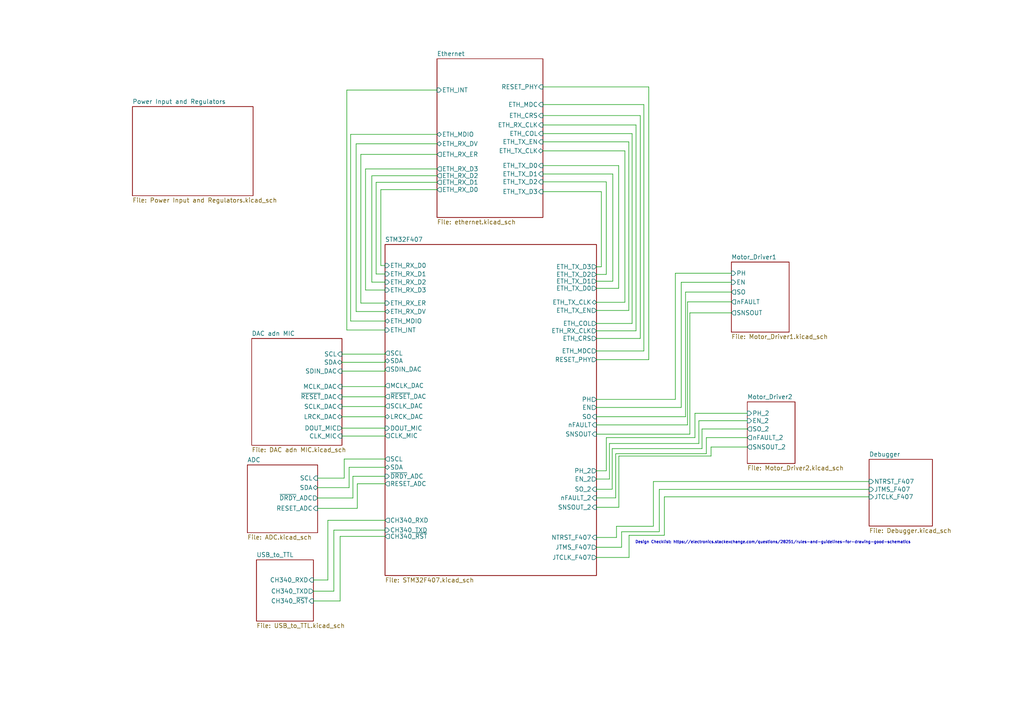
<source format=kicad_sch>
(kicad_sch
	(version 20231120)
	(generator "eeschema")
	(generator_version "8.0")
	(uuid "10456103-7c66-4389-a2cb-5bb313ef7e2e")
	(paper "A4")
	(title_block
		(title "Mixed Signal Board Project")
		(date "2024-06-24")
		(rev "V1.0")
		(company "open source")
		(comment 1 "this project for learning purposes")
	)
	(lib_symbols)
	(wire
		(pts
			(xy 188.1704 25.2091) (xy 188.1704 104.3058)
		)
		(stroke
			(width 0)
			(type default)
		)
		(uuid "00c5767b-c18c-4190-89a3-1d8e28b5086b")
	)
	(wire
		(pts
			(xy 174.4221 77.3832) (xy 174.4221 55.588)
		)
		(stroke
			(width 0)
			(type default)
		)
		(uuid "00de2cd6-a7aa-41f6-afba-1480c8bce2e5")
	)
	(wire
		(pts
			(xy 101.2564 135.5316) (xy 101.2564 141.4387)
		)
		(stroke
			(width 0)
			(type default)
		)
		(uuid "016f3bae-e977-440e-a644-b31d544ad97b")
	)
	(wire
		(pts
			(xy 212.123 81.868) (xy 197.5855 81.868)
		)
		(stroke
			(width 0)
			(type default)
		)
		(uuid "0221f197-7b72-4ad2-b25c-b16016391f30")
	)
	(wire
		(pts
			(xy 177.5604 130.1103) (xy 203.6158 130.1103)
		)
		(stroke
			(width 0)
			(type default)
		)
		(uuid "0487109e-af40-4a15-aea9-81952fe1be48")
	)
	(wire
		(pts
			(xy 96.8316 171.4637) (xy 90.8955 171.4637)
		)
		(stroke
			(width 0)
			(type default)
		)
		(uuid "06f82f0f-b1a6-4f70-adff-78cfcac6a367")
	)
	(wire
		(pts
			(xy 176.764 138.9449) (xy 173.0037 138.9449)
		)
		(stroke
			(width 0)
			(type default)
		)
		(uuid "07c202c5-95dd-4ff1-a5e1-3508b65d876e")
	)
	(wire
		(pts
			(xy 173.0037 77.3832) (xy 174.4221 77.3832)
		)
		(stroke
			(width 0)
			(type default)
		)
		(uuid "0c5352e0-516b-44b0-8bf3-11d8f1cab441")
	)
	(wire
		(pts
			(xy 111.6799 84.1191) (xy 106.022 84.1191)
		)
		(stroke
			(width 0)
			(type default)
		)
		(uuid "0c7efd9f-548d-495e-97aa-50b170da8eb9")
	)
	(wire
		(pts
			(xy 252.0856 144.1051) (xy 192.693 144.1051)
		)
		(stroke
			(width 0)
			(type default)
		)
		(uuid "105e809a-cbb9-4c06-9ba3-2107b4ab40b5")
	)
	(wire
		(pts
			(xy 176.764 128.6312) (xy 176.764 138.9449)
		)
		(stroke
			(width 0)
			(type default)
		)
		(uuid "10ea59a9-5bc5-4332-b5b9-c6909ff442b2")
	)
	(wire
		(pts
			(xy 95.0934 168.2241) (xy 90.8955 168.2241)
		)
		(stroke
			(width 0)
			(type default)
		)
		(uuid "113f6c04-3d34-4f81-83a6-9bbad8e190a2")
	)
	(wire
		(pts
			(xy 98.6489 174.3082) (xy 90.8955 174.3082)
		)
		(stroke
			(width 0)
			(type default)
		)
		(uuid "1363ee4f-2797-4087-be60-84471109d8e9")
	)
	(wire
		(pts
			(xy 111.6799 124.1748) (xy 111.6799 124.214)
		)
		(stroke
			(width 0)
			(type default)
		)
		(uuid "13d042a4-0c61-45a7-9d9e-e9a327b6a865")
	)
	(wire
		(pts
			(xy 173.0037 136.5555) (xy 175.8537 136.5555)
		)
		(stroke
			(width 0)
			(type default)
		)
		(uuid "144bbcef-958a-48d3-a9dd-52b00bbaab2a")
	)
	(wire
		(pts
			(xy 216.7353 126.9244) (xy 204.8674 126.9244)
		)
		(stroke
			(width 0)
			(type default)
		)
		(uuid "15343581-4c96-4587-bf15-6c82681c66f2")
	)
	(wire
		(pts
			(xy 157.4663 43.7552) (xy 181.2488 43.7552)
		)
		(stroke
			(width 0)
			(type default)
		)
		(uuid "19772638-6f1b-42a6-9dd4-51e8087e8b83")
	)
	(wire
		(pts
			(xy 204.8674 131.5894) (xy 178.5844 131.5894)
		)
		(stroke
			(width 0)
			(type default)
		)
		(uuid "1ae3fc61-f09c-440c-bdc8-d32d10e0c520")
	)
	(wire
		(pts
			(xy 174.4221 55.588) (xy 157.4663 55.588)
		)
		(stroke
			(width 0)
			(type default)
		)
		(uuid "1e8f40ef-7486-4135-adc2-8dbc2ef220bb")
	)
	(wire
		(pts
			(xy 181.2488 87.6738) (xy 173.0037 87.6738)
		)
		(stroke
			(width 0)
			(type default)
		)
		(uuid "1f80a33a-1356-4dd5-9496-3d7423f39595")
	)
	(wire
		(pts
			(xy 157.4663 25.2091) (xy 188.1704 25.2091)
		)
		(stroke
			(width 0)
			(type default)
		)
		(uuid "1fb698a7-ce08-4f3b-a40c-e4acf1fd8840")
	)
	(wire
		(pts
			(xy 186.7482 30.3292) (xy 186.7482 101.7923)
		)
		(stroke
			(width 0)
			(type default)
		)
		(uuid "20c131f2-08ed-4ef0-b1e3-c86f04dad329")
	)
	(wire
		(pts
			(xy 204.8674 126.9244) (xy 204.8674 131.5894)
		)
		(stroke
			(width 0)
			(type default)
		)
		(uuid "20cd7386-bf9b-4012-bceb-38b16582acfb")
	)
	(wire
		(pts
			(xy 109.094 52.8707) (xy 126.7512 52.8707)
		)
		(stroke
			(width 0)
			(type default)
		)
		(uuid "237cceea-f81f-47f4-b573-d07624acc0be")
	)
	(wire
		(pts
			(xy 184.4726 36.2457) (xy 184.4726 95.9554)
		)
		(stroke
			(width 0)
			(type default)
		)
		(uuid "240d2aed-f68c-40f2-bff0-091ed7c40ef9")
	)
	(wire
		(pts
			(xy 212.123 87.557) (xy 199.406 87.557)
		)
		(stroke
			(width 0)
			(type default)
		)
		(uuid "2486bd21-7307-42d7-91e9-8ade4c52ab7e")
	)
	(wire
		(pts
			(xy 192.693 144.1051) (xy 192.693 155.2554)
		)
		(stroke
			(width 0)
			(type default)
		)
		(uuid "28beeed1-e2d4-446d-84b0-d914fd973261")
	)
	(wire
		(pts
			(xy 111.6799 81.8277) (xy 107.8424 81.8277)
		)
		(stroke
			(width 0)
			(type default)
		)
		(uuid "2c810fe4-9621-47fb-b69f-2f1deb008ed9")
	)
	(wire
		(pts
			(xy 182.3866 41.1382) (xy 182.3866 90.0442)
		)
		(stroke
			(width 0)
			(type default)
		)
		(uuid "30374d93-785f-421a-a5ef-162504d86e1e")
	)
	(wire
		(pts
			(xy 216.7353 122.0319) (xy 202.7056 122.0319)
		)
		(stroke
			(width 0)
			(type default)
		)
		(uuid "32fbd854-bc3f-4f24-a455-e2f0b5a1e93d")
	)
	(wire
		(pts
			(xy 99.1859 105.0801) (xy 111.6799 105.0801)
		)
		(stroke
			(width 0)
			(type default)
		)
		(uuid "32fc80c4-f77a-4202-9f41-89847fa33c03")
	)
	(wire
		(pts
			(xy 175.8443 52.7436) (xy 175.8443 79.5955)
		)
		(stroke
			(width 0)
			(type default)
		)
		(uuid "33460bac-47e7-4b40-ae86-73b864c3c0a4")
	)
	(wire
		(pts
			(xy 182.3866 90.0442) (xy 173.0037 90.0442)
		)
		(stroke
			(width 0)
			(type default)
		)
		(uuid "33932e8d-0a0f-43ce-9cc4-babacf18d541")
	)
	(wire
		(pts
			(xy 111.6799 102.7097) (xy 111.6799 102.4441)
		)
		(stroke
			(width 0)
			(type default)
		)
		(uuid "39ada79a-bcb7-4e3a-af14-b0066dc1d175")
	)
	(wire
		(pts
			(xy 173.0037 147.137) (xy 179.4947 147.137)
		)
		(stroke
			(width 0)
			(type default)
		)
		(uuid "3a6bc1aa-f113-44d6-9e14-ad241ea8eb1d")
	)
	(wire
		(pts
			(xy 197.5855 118.1803) (xy 173.0037 118.1803)
		)
		(stroke
			(width 0)
			(type default)
		)
		(uuid "3bd6b0fd-fdb6-4d25-85dc-500f2ed18adf")
	)
	(wire
		(pts
			(xy 103.6268 147.4437) (xy 92.132 147.4437)
		)
		(stroke
			(width 0)
			(type default)
		)
		(uuid "3dc8b841-8083-4ac9-9965-8467c9fde162")
	)
	(wire
		(pts
			(xy 252.0856 141.9433) (xy 191.2139 141.9433)
		)
		(stroke
			(width 0)
			(type default)
		)
		(uuid "410be1b5-e077-41ce-8701-893e00efcde8")
	)
	(wire
		(pts
			(xy 199.406 87.557) (xy 199.406 123.2371)
		)
		(stroke
			(width 0)
			(type default)
		)
		(uuid "433351cd-e35e-42df-b3fd-661054e727ec")
	)
	(wire
		(pts
			(xy 180.2911 154.2314) (xy 180.2911 158.7311)
		)
		(stroke
			(width 0)
			(type default)
		)
		(uuid "433edd33-b366-4492-abde-f77d97103501")
	)
	(wire
		(pts
			(xy 111.6799 112.1253) (xy 111.6799 111.8466)
		)
		(stroke
			(width 0)
			(type default)
		)
		(uuid "43e50126-aa86-448c-be2f-eb486ad122f6")
	)
	(wire
		(pts
			(xy 101.2564 141.4387) (xy 92.132 141.4387)
		)
		(stroke
			(width 0)
			(type default)
		)
		(uuid "45c7e696-02c5-4029-b54f-049f98a34dc8")
	)
	(wire
		(pts
			(xy 182.4529 161.6893) (xy 173.0037 161.6893)
		)
		(stroke
			(width 0)
			(type default)
		)
		(uuid "462441ea-64e9-4607-943f-060c644b92fb")
	)
	(wire
		(pts
			(xy 157.4663 50.468) (xy 177.7407 50.468)
		)
		(stroke
			(width 0)
			(type default)
		)
		(uuid "478174b8-d4ea-47e9-aba4-8b132db57073")
	)
	(wire
		(pts
			(xy 99.8341 138.6732) (xy 92.132 138.6732)
		)
		(stroke
			(width 0)
			(type default)
		)
		(uuid "4c42b930-3d99-469c-b67a-3397dd7fc4bc")
	)
	(wire
		(pts
			(xy 157.4663 30.3292) (xy 186.7482 30.3292)
		)
		(stroke
			(width 0)
			(type default)
		)
		(uuid "4c546208-87e3-4d84-bd89-0896581d9dd5")
	)
	(wire
		(pts
			(xy 173.0037 120.8667) (xy 198.8371 120.8667)
		)
		(stroke
			(width 0)
			(type default)
		)
		(uuid "4d47ea9d-beb8-4902-b39d-36c89343cac9")
	)
	(wire
		(pts
			(xy 107.8424 81.8277) (xy 107.8424 50.9744)
		)
		(stroke
			(width 0)
			(type default)
		)
		(uuid "4e505bf3-97d3-48bb-a4ff-59759a915d6e")
	)
	(wire
		(pts
			(xy 157.4663 41.1382) (xy 182.3866 41.1382)
		)
		(stroke
			(width 0)
			(type default)
		)
		(uuid "4f6ae48b-1b7e-4b08-af59-e42153ede181")
	)
	(wire
		(pts
			(xy 173.0037 141.9031) (xy 177.5604 141.9031)
		)
		(stroke
			(width 0)
			(type default)
		)
		(uuid "5035340a-5091-41f6-84c9-164f8ef10956")
	)
	(wire
		(pts
			(xy 189.5072 139.6677) (xy 189.5072 152.6385)
		)
		(stroke
			(width 0)
			(type default)
		)
		(uuid "513bfd1c-37cd-4ddd-8659-98d92645db1e")
	)
	(wire
		(pts
			(xy 200.0887 125.9236) (xy 200.0887 90.7428)
		)
		(stroke
			(width 0)
			(type default)
		)
		(uuid "51a3f7c4-d2cb-4ff6-a113-1f6c80bda6a2")
	)
	(wire
		(pts
			(xy 198.8371 84.7125) (xy 212.123 84.7125)
		)
		(stroke
			(width 0)
			(type default)
		)
		(uuid "55306120-35ea-4057-97df-da8d3159bf12")
	)
	(wire
		(pts
			(xy 185.7052 98.1678) (xy 173.0037 98.1678)
		)
		(stroke
			(width 0)
			(type default)
		)
		(uuid "5540d0a8-9b03-4ca9-8dc5-6863397ae347")
	)
	(wire
		(pts
			(xy 99.1859 120.8826) (xy 111.6799 120.8826)
		)
		(stroke
			(width 0)
			(type default)
		)
		(uuid "56eaf6b7-a64e-4eb2-a98f-a3d36493b097")
	)
	(wire
		(pts
			(xy 191.2139 141.9433) (xy 191.2139 154.2314)
		)
		(stroke
			(width 0)
			(type default)
		)
		(uuid "5802b7a2-12e7-4958-b911-df2891449afb")
	)
	(wire
		(pts
			(xy 178.5844 131.5894) (xy 178.5844 144.4063)
		)
		(stroke
			(width 0)
			(type default)
		)
		(uuid "58384055-1bdd-4c2c-a062-2b5a33a4c323")
	)
	(wire
		(pts
			(xy 100.5909 95.7176) (xy 100.5909 26.1193)
		)
		(stroke
			(width 0)
			(type default)
		)
		(uuid "59c52b12-b0e6-4013-95d4-deef74f8b844")
	)
	(wire
		(pts
			(xy 99.1859 112.1253) (xy 111.6799 112.1253)
		)
		(stroke
			(width 0)
			(type default)
		)
		(uuid "5a3314a9-2c9f-4ad6-af43-64457dd0e6ef")
	)
	(wire
		(pts
			(xy 179.4947 147.137) (xy 179.4947 132.2721)
		)
		(stroke
			(width 0)
			(type default)
		)
		(uuid "5aa3b92f-a25b-4f30-97ce-7c3703b09c32")
	)
	(wire
		(pts
			(xy 175.8443 79.5955) (xy 173.0037 79.5955)
		)
		(stroke
			(width 0)
			(type default)
		)
		(uuid "60a0188c-ecc2-451c-9aff-3b84a65e9a90")
	)
	(wire
		(pts
			(xy 111.6799 117.9196) (xy 111.6799 117.7726)
		)
		(stroke
			(width 0)
			(type default)
		)
		(uuid "61f6d474-91a9-46a8-a3ca-c3a232639b1f")
	)
	(wire
		(pts
			(xy 104.6566 87.9117) (xy 104.6566 44.7791)
		)
		(stroke
			(width 0)
			(type default)
		)
		(uuid "6379b973-16a5-4757-a6fe-8cf57634e6ad")
	)
	(wire
		(pts
			(xy 111.6799 155.5772) (xy 98.6489 155.5772)
		)
		(stroke
			(width 0)
			(type default)
		)
		(uuid "6432dcc6-e400-44f6-9e5d-b4ec445a9d78")
	)
	(wire
		(pts
			(xy 203.6158 124.4213) (xy 216.7353 124.4213)
		)
		(stroke
			(width 0)
			(type default)
		)
		(uuid "6582c2fd-696d-4806-8776-8d83c98e5418")
	)
	(wire
		(pts
			(xy 99.1859 126.4794) (xy 111.6799 126.4794)
		)
		(stroke
			(width 0)
			(type default)
		)
		(uuid "6657637a-c9d8-4fe3-991e-88a7102e9289")
	)
	(wire
		(pts
			(xy 101.6984 38.9764) (xy 126.7512 38.9764)
		)
		(stroke
			(width 0)
			(type default)
		)
		(uuid "66ca18e4-305c-4f52-a3ec-b6321eacc84f")
	)
	(wire
		(pts
			(xy 102.3626 144.4412) (xy 92.132 144.4412)
		)
		(stroke
			(width 0)
			(type default)
		)
		(uuid "69070b57-9806-4a3a-9135-3ff12049261c")
	)
	(wire
		(pts
			(xy 185.7052 33.515) (xy 185.7052 98.1678)
		)
		(stroke
			(width 0)
			(type default)
		)
		(uuid "695014a0-d5a8-434c-8eaf-2f5ae2274e18")
	)
	(wire
		(pts
			(xy 99.1859 124.1748) (xy 111.6799 124.1748)
		)
		(stroke
			(width 0)
			(type default)
		)
		(uuid "6c7d3db8-bd23-4fe0-a7f8-af9a126d98c3")
	)
	(wire
		(pts
			(xy 111.6799 90.3611) (xy 103.2913 90.3611)
		)
		(stroke
			(width 0)
			(type default)
		)
		(uuid "6d371997-2794-478f-b03d-05e57b22c423")
	)
	(wire
		(pts
			(xy 186.7482 101.7923) (xy 173.0037 101.7923)
		)
		(stroke
			(width 0)
			(type default)
		)
		(uuid "6ed06acf-b13d-414f-a168-3963fef82105")
	)
	(wire
		(pts
			(xy 157.4663 33.515) (xy 185.7052 33.515)
		)
		(stroke
			(width 0)
			(type default)
		)
		(uuid "704223ae-7059-4398-ae1f-b18c128fd723")
	)
	(wire
		(pts
			(xy 111.6799 79.4688) (xy 109.094 79.4688)
		)
		(stroke
			(width 0)
			(type default)
		)
		(uuid "704ddc32-22cf-4919-b931-c969138d52ad")
	)
	(wire
		(pts
			(xy 177.7407 50.468) (xy 177.7407 81.5709)
		)
		(stroke
			(width 0)
			(type default)
		)
		(uuid "74defe5e-f4f9-40b4-bcdb-57f7be6ff8c5")
	)
	(wire
		(pts
			(xy 179.4473 48.027) (xy 179.4473 83.6252)
		)
		(stroke
			(width 0)
			(type default)
		)
		(uuid "7ade2d9c-3f14-45f3-a239-40e142027762")
	)
	(wire
		(pts
			(xy 111.6799 120.8826) (xy 111.6799 120.8541)
		)
		(stroke
			(width 0)
			(type default)
		)
		(uuid "8075aba5-4ee5-4c95-bf20-2f798a20579e")
	)
	(wire
		(pts
			(xy 173.0037 115.8479) (xy 195.8788 115.8479)
		)
		(stroke
			(width 0)
			(type default)
		)
		(uuid "83230e3c-d629-412f-8587-9381a974e763")
	)
	(wire
		(pts
			(xy 178.812 155.8866) (xy 173.0037 155.8866)
		)
		(stroke
			(width 0)
			(type default)
		)
		(uuid "847e0d2e-b41c-4881-aa36-6007130d8b52")
	)
	(wire
		(pts
			(xy 99.8341 133.1422) (xy 99.8341 138.6732)
		)
		(stroke
			(width 0)
			(type default)
		)
		(uuid "86d0f445-a7f6-4246-b757-f9a536bebf72")
	)
	(wire
		(pts
			(xy 111.6799 87.9117) (xy 104.6566 87.9117)
		)
		(stroke
			(width 0)
			(type default)
		)
		(uuid "883de307-13d3-4650-83b6-8f04195e27ee")
	)
	(wire
		(pts
			(xy 177.5604 141.9031) (xy 177.5604 130.1103)
		)
		(stroke
			(width 0)
			(type default)
		)
		(uuid "88a67e49-d2cc-47e2-a851-fca820b709f4")
	)
	(wire
		(pts
			(xy 98.6489 155.5772) (xy 98.6489 174.3082)
		)
		(stroke
			(width 0)
			(type default)
		)
		(uuid "8d4ec002-2275-48da-a528-26879163b0fa")
	)
	(wire
		(pts
			(xy 201.5678 126.9245) (xy 201.5678 119.8701)
		)
		(stroke
			(width 0)
			(type default)
		)
		(uuid "8db018b5-c6bd-4fa4-858c-d971e1a543f3")
	)
	(wire
		(pts
			(xy 157.4663 36.2457) (xy 184.4726 36.2457)
		)
		(stroke
			(width 0)
			(type default)
		)
		(uuid "8f40ec6c-0a03-4b72-8a4a-267eb8890c6e")
	)
	(wire
		(pts
			(xy 110.4594 77.0112) (xy 110.4594 55.0041)
		)
		(stroke
			(width 0)
			(type default)
		)
		(uuid "91293b2f-04ff-4243-ab29-6bdb1f759b1f")
	)
	(wire
		(pts
			(xy 100.5909 26.1193) (xy 126.7512 26.1193)
		)
		(stroke
			(width 0)
			(type default)
		)
		(uuid "92d2ad4c-1a69-4c25-afff-d83b2c74e30e")
	)
	(wire
		(pts
			(xy 184.4726 95.9554) (xy 173.0037 95.9554)
		)
		(stroke
			(width 0)
			(type default)
		)
		(uuid "94a13983-2558-47b6-917f-10e67694eb07")
	)
	(wire
		(pts
			(xy 111.6799 115.0883) (xy 111.6799 115.0071)
		)
		(stroke
			(width 0)
			(type default)
		)
		(uuid "9541eae1-1eaf-4a11-837b-3dc13b0e5980")
	)
	(wire
		(pts
			(xy 99.1859 102.7097) (xy 111.6799 102.7097)
		)
		(stroke
			(width 0)
			(type default)
		)
		(uuid "96f8aa76-ab75-4968-92ea-d11e8fb03dfc")
	)
	(wire
		(pts
			(xy 111.6799 126.4794) (xy 111.6799 126.3758)
		)
		(stroke
			(width 0)
			(type default)
		)
		(uuid "9810e688-93be-4358-a0d8-f34623f153f6")
	)
	(wire
		(pts
			(xy 103.6268 140.3103) (xy 103.6268 147.4437)
		)
		(stroke
			(width 0)
			(type default)
		)
		(uuid "98b5be7b-0086-4a71-924a-64ac70da58c6")
	)
	(wire
		(pts
			(xy 178.5844 144.4063) (xy 173.0037 144.4063)
		)
		(stroke
			(width 0)
			(type default)
		)
		(uuid "9978a6ba-3bf4-4c41-b0d4-95e273c048b5")
	)
	(wire
		(pts
			(xy 111.6799 95.7176) (xy 100.5909 95.7176)
		)
		(stroke
			(width 0)
			(type default)
		)
		(uuid "99d044ec-4ffb-4bf0-895c-93d232c8a6cb")
	)
	(wire
		(pts
			(xy 99.1859 107.6479) (xy 111.6799 107.6479)
		)
		(stroke
			(width 0)
			(type default)
		)
		(uuid "9ad71b33-2838-4278-9c9b-a6ef0f0223d1")
	)
	(wire
		(pts
			(xy 179.4473 83.6252) (xy 173.0037 83.6252)
		)
		(stroke
			(width 0)
			(type default)
		)
		(uuid "9d85ca17-01de-447e-a863-a839ad55f689")
	)
	(wire
		(pts
			(xy 182.4529 155.2554) (xy 182.4529 161.6893)
		)
		(stroke
			(width 0)
			(type default)
		)
		(uuid "a008c7f4-5bd2-40d6-b243-de19d2457566")
	)
	(wire
		(pts
			(xy 201.5678 119.8701) (xy 216.7353 119.8701)
		)
		(stroke
			(width 0)
			(type default)
		)
		(uuid "a12b41b5-e463-407c-bf7e-b376508fcaba")
	)
	(wire
		(pts
			(xy 99.1859 117.9196) (xy 111.6799 117.9196)
		)
		(stroke
			(width 0)
			(type default)
		)
		(uuid "a255e6c1-b8b2-47c0-afa8-061c429a2e7a")
	)
	(wire
		(pts
			(xy 109.094 79.4688) (xy 109.094 52.8707)
		)
		(stroke
			(width 0)
			(type default)
		)
		(uuid "a3834c3f-fa58-4d1f-a52d-5411a8ee1cba")
	)
	(wire
		(pts
			(xy 197.5855 81.868) (xy 197.5855 118.1803)
		)
		(stroke
			(width 0)
			(type default)
		)
		(uuid "a701afb4-517a-443f-937b-9ac4a54619cf")
	)
	(wire
		(pts
			(xy 157.4663 38.7488) (xy 183.3348 38.7488)
		)
		(stroke
			(width 0)
			(type default)
		)
		(uuid "a72b084f-4656-4374-b7f8-7ba86bc1c0db")
	)
	(wire
		(pts
			(xy 180.2911 158.7311) (xy 173.0037 158.7311)
		)
		(stroke
			(width 0)
			(type default)
		)
		(uuid "aa192522-50aa-4ad8-b3c5-4fe88504986b")
	)
	(wire
		(pts
			(xy 111.6799 105.0801) (xy 111.6799 104.6564)
		)
		(stroke
			(width 0)
			(type default)
		)
		(uuid "abdb11e1-a9bc-4db5-9f94-12efd3e84038")
	)
	(wire
		(pts
			(xy 202.7056 122.0319) (xy 202.7056 128.6312)
		)
		(stroke
			(width 0)
			(type default)
		)
		(uuid "ad41a792-f24d-478a-a7c6-51e8996b65d9")
	)
	(wire
		(pts
			(xy 192.693 155.2554) (xy 182.4529 155.2554)
		)
		(stroke
			(width 0)
			(type default)
		)
		(uuid "ad53f221-dee4-44f2-9017-dc92f6aa31d3")
	)
	(wire
		(pts
			(xy 111.6799 77.0112) (xy 110.4594 77.0112)
		)
		(stroke
			(width 0)
			(type default)
		)
		(uuid "ae5537d2-3628-43a9-a401-6ec15ba50059")
	)
	(wire
		(pts
			(xy 252.0856 139.6677) (xy 189.5072 139.6677)
		)
		(stroke
			(width 0)
			(type default)
		)
		(uuid "b4fff00b-798a-43b9-9762-99d28f72e8f6")
	)
	(wire
		(pts
			(xy 188.1704 104.3058) (xy 173.0037 104.3058)
		)
		(stroke
			(width 0)
			(type default)
		)
		(uuid "bf5b3070-5c43-4a5d-bcbf-41eb1b9c2c3e")
	)
	(wire
		(pts
			(xy 110.4594 55.0041) (xy 126.7512 55.0041)
		)
		(stroke
			(width 0)
			(type default)
		)
		(uuid "c251be2f-5dcc-40be-8f13-466f7cb66bf0")
	)
	(wire
		(pts
			(xy 175.8537 136.5555) (xy 175.8537 126.9245)
		)
		(stroke
			(width 0)
			(type default)
		)
		(uuid "c2e7dd22-52fc-4e39-826b-1fa63d3c5635")
	)
	(wire
		(pts
			(xy 198.8371 120.8667) (xy 198.8371 84.7125)
		)
		(stroke
			(width 0)
			(type default)
		)
		(uuid "c567143c-8147-45d3-8220-207ed306cecd")
	)
	(wire
		(pts
			(xy 179.4947 132.2721) (xy 206.2327 132.2721)
		)
		(stroke
			(width 0)
			(type default)
		)
		(uuid "c825d63a-af14-4997-96ae-08fc1b88f632")
	)
	(wire
		(pts
			(xy 202.7056 128.6312) (xy 176.764 128.6312)
		)
		(stroke
			(width 0)
			(type default)
		)
		(uuid "c94be1cf-1d3d-4a7b-8187-47c3847db4e6")
	)
	(wire
		(pts
			(xy 111.6799 135.5316) (xy 101.2564 135.5316)
		)
		(stroke
			(width 0)
			(type default)
		)
		(uuid "cc13839f-b0fb-41b0-801e-b76bcc2547b6")
	)
	(wire
		(pts
			(xy 181.2488 43.7552) (xy 181.2488 87.6738)
		)
		(stroke
			(width 0)
			(type default)
		)
		(uuid "ccd4dec9-812f-4532-896f-67c1dd523a02")
	)
	(wire
		(pts
			(xy 106.022 48.9991) (xy 126.7512 48.9991)
		)
		(stroke
			(width 0)
			(type default)
		)
		(uuid "cd8426c3-50f2-47a1-87d4-35e892ac96dd")
	)
	(wire
		(pts
			(xy 157.4663 52.7436) (xy 175.8443 52.7436)
		)
		(stroke
			(width 0)
			(type default)
		)
		(uuid "ce9a98b3-024b-4957-8ffc-de0108bb3719")
	)
	(wire
		(pts
			(xy 111.6799 93.1175) (xy 101.6984 93.1175)
		)
		(stroke
			(width 0)
			(type default)
		)
		(uuid "cea473e8-aa58-4040-94cf-c95f93f4ed5e")
	)
	(wire
		(pts
			(xy 102.3626 138.1485) (xy 102.3626 144.4412)
		)
		(stroke
			(width 0)
			(type default)
		)
		(uuid "d149e879-0609-408d-9299-172b9fdea8a3")
	)
	(wire
		(pts
			(xy 111.6799 107.6479) (xy 111.6799 107.1059)
		)
		(stroke
			(width 0)
			(type default)
		)
		(uuid "d1d4e47d-b4d2-4fb8-9a42-7234bb3eb177")
	)
	(wire
		(pts
			(xy 195.8788 79.2511) (xy 212.123 79.2511)
		)
		(stroke
			(width 0)
			(type default)
		)
		(uuid "d3fab61b-456a-43e5-b3e6-472b177fe4ed")
	)
	(wire
		(pts
			(xy 206.2327 129.6551) (xy 216.7353 129.6551)
		)
		(stroke
			(width 0)
			(type default)
		)
		(uuid "d486bd21-96de-44de-aefd-89486b77bdcd")
	)
	(wire
		(pts
			(xy 195.8788 115.8479) (xy 195.8788 79.2511)
		)
		(stroke
			(width 0)
			(type default)
		)
		(uuid "d51eae25-3308-44a9-92d2-4d21a187159c")
	)
	(wire
		(pts
			(xy 111.6799 140.3103) (xy 103.6268 140.3103)
		)
		(stroke
			(width 0)
			(type default)
		)
		(uuid "d5f94e75-3950-4c04-994e-90b3ab6feb38")
	)
	(wire
		(pts
			(xy 206.2327 132.2721) (xy 206.2327 129.6551)
		)
		(stroke
			(width 0)
			(type default)
		)
		(uuid "d92a9bdc-17f8-41f6-9fc0-9f48565118a4")
	)
	(wire
		(pts
			(xy 103.2913 90.3611) (xy 103.2913 41.7071)
		)
		(stroke
			(width 0)
			(type default)
		)
		(uuid "da4d2d1d-265d-481f-9464-f909a443f837")
	)
	(wire
		(pts
			(xy 101.6984 93.1175) (xy 101.6984 38.9764)
		)
		(stroke
			(width 0)
			(type default)
		)
		(uuid "dba0b60b-64b6-4270-9cea-712ec530e1cb")
	)
	(wire
		(pts
			(xy 104.6566 44.7791) (xy 126.7512 44.7791)
		)
		(stroke
			(width 0)
			(type default)
		)
		(uuid "dc6238ef-2266-4c6f-93ee-1a9533d1625e")
	)
	(wire
		(pts
			(xy 189.5072 152.6385) (xy 178.812 152.6385)
		)
		(stroke
			(width 0)
			(type default)
		)
		(uuid "de8031db-a8cd-46f4-9c48-3c4d8474733b")
	)
	(wire
		(pts
			(xy 111.6799 133.1422) (xy 99.8341 133.1422)
		)
		(stroke
			(width 0)
			(type default)
		)
		(uuid "e1bed94c-b171-42e1-ad96-5ee69e27d303")
	)
	(wire
		(pts
			(xy 191.2139 154.2314) (xy 180.2911 154.2314)
		)
		(stroke
			(width 0)
			(type default)
		)
		(uuid "e24980dd-e4ac-49b7-933d-497d0fb286e9")
	)
	(wire
		(pts
			(xy 183.3348 38.7488) (xy 183.3348 93.8221)
		)
		(stroke
			(width 0)
			(type default)
		)
		(uuid "e28ddb28-3fdf-4cc1-ba0e-10350cb78aec")
	)
	(wire
		(pts
			(xy 157.4663 48.027) (xy 179.4473 48.027)
		)
		(stroke
			(width 0)
			(type default)
		)
		(uuid "e314155a-e2ff-4833-8128-118ae2f06909")
	)
	(wire
		(pts
			(xy 200.0887 90.7428) (xy 212.123 90.7428)
		)
		(stroke
			(width 0)
			(type default)
		)
		(uuid "e3fb7181-4c98-4f40-9594-b638b6d14a39")
	)
	(wire
		(pts
			(xy 99.1859 115.0883) (xy 111.6799 115.0883)
		)
		(stroke
			(width 0)
			(type default)
		)
		(uuid "e4df6a00-2165-4a5b-9776-6248d48ef414")
	)
	(wire
		(pts
			(xy 199.406 123.2371) (xy 173.0037 123.2371)
		)
		(stroke
			(width 0)
			(type default)
		)
		(uuid "e4fc5512-7c4c-4485-9775-538edc44452f")
	)
	(wire
		(pts
			(xy 96.8316 153.7567) (xy 96.8316 171.4637)
		)
		(stroke
			(width 0)
			(type default)
		)
		(uuid "e4febccf-d6b1-4464-9c59-a648a835a9b9")
	)
	(wire
		(pts
			(xy 106.022 84.1191) (xy 106.022 48.9991)
		)
		(stroke
			(width 0)
			(type default)
		)
		(uuid "e57692df-2e3d-4be6-8ed9-2acd93fb6f55")
	)
	(wire
		(pts
			(xy 95.0934 150.9122) (xy 95.0934 168.2241)
		)
		(stroke
			(width 0)
			(type default)
		)
		(uuid "eb97b169-68b1-4346-bbcc-328491e92d55")
	)
	(wire
		(pts
			(xy 111.6799 153.7567) (xy 96.8316 153.7567)
		)
		(stroke
			(width 0)
			(type default)
		)
		(uuid "ec52b116-89ec-46e7-b831-9f48055e3aec")
	)
	(wire
		(pts
			(xy 107.8424 50.9744) (xy 126.7512 50.9744)
		)
		(stroke
			(width 0)
			(type default)
		)
		(uuid "ed399bbe-5de4-49e6-8568-13bba89399f9")
	)
	(wire
		(pts
			(xy 183.3348 93.8221) (xy 173.0037 93.8221)
		)
		(stroke
			(width 0)
			(type default)
		)
		(uuid "ed661974-74e2-43b9-82f5-983bd40b8d11")
	)
	(wire
		(pts
			(xy 173.0037 125.9236) (xy 200.0887 125.9236)
		)
		(stroke
			(width 0)
			(type default)
		)
		(uuid "ed8c06a3-06ca-40a6-a0a9-fad3a4ee14fd")
	)
	(wire
		(pts
			(xy 175.8537 126.9245) (xy 201.5678 126.9245)
		)
		(stroke
			(width 0)
			(type default)
		)
		(uuid "eed309e0-a08a-40d8-8442-40cae50e2ce7")
	)
	(wire
		(pts
			(xy 177.7407 81.5709) (xy 173.0037 81.5709)
		)
		(stroke
			(width 0)
			(type default)
		)
		(uuid "efccfb6f-7773-4976-a95e-aae3c920155e")
	)
	(wire
		(pts
			(xy 103.2913 41.7071) (xy 126.7512 41.7071)
		)
		(stroke
			(width 0)
			(type default)
		)
		(uuid "f64ea229-bbab-4d57-8bfe-cf64c2f40c5f")
	)
	(wire
		(pts
			(xy 178.812 152.6385) (xy 178.812 155.8866)
		)
		(stroke
			(width 0)
			(type default)
		)
		(uuid "fb013b13-9347-41b3-a976-dea0c9ccdd45")
	)
	(wire
		(pts
			(xy 111.6799 150.9122) (xy 95.0934 150.9122)
		)
		(stroke
			(width 0)
			(type default)
		)
		(uuid "fb490728-fe3c-4ad7-b847-153faaeb10d9")
	)
	(wire
		(pts
			(xy 203.6158 130.1103) (xy 203.6158 124.4213)
		)
		(stroke
			(width 0)
			(type default)
		)
		(uuid "fbc9aea6-e158-4ed5-9c9b-7348c434e065")
	)
	(wire
		(pts
			(xy 111.6799 138.1485) (xy 102.3626 138.1485)
		)
		(stroke
			(width 0)
			(type default)
		)
		(uuid "fe4b54d9-85e3-4b00-aa10-791479abd184")
	)
	(text "Design Checklist: https://electronics.stackexchange.com/questions/28251/rules-and-guidelines-for-drawing-good-schematics"
		(exclude_from_sim no)
		(at 224.1885 157.3617 0)
		(effects
			(font
				(size 0.8 0.8)
			)
		)
		(uuid "74eeaa11-a23f-4f51-b32c-40c75373162f")
	)
	(sheet
		(at 126.7512 17.04)
		(size 30.7151 46.0385)
		(fields_autoplaced yes)
		(stroke
			(width 0.1524)
			(type solid)
		)
		(fill
			(color 0 0 0 0.0000)
		)
		(uuid "1a93f243-2be1-457d-ab7e-1f1d27fcb6d4")
		(property "Sheetname" "Ethernet"
			(at 126.7512 16.3284 0)
			(effects
				(font
					(size 1.27 1.27)
				)
				(justify left bottom)
			)
		)
		(property "Sheetfile" "ethernet.kicad_sch"
			(at 126.7512 63.6631 0)
			(effects
				(font
					(size 1.27 1.27)
				)
				(justify left top)
			)
		)
		(pin "ETH_MDIO" bidirectional
			(at 126.7512 38.9764 180)
			(effects
				(font
					(size 1.27 1.27)
				)
				(justify left)
			)
			(uuid "a43709f7-082b-4d81-8784-1af5acfd38e9")
		)
		(pin "ETH_RX_D3" output
			(at 126.7512 48.9991 180)
			(effects
				(font
					(size 1.27 1.27)
				)
				(justify left)
			)
			(uuid "aead11c1-61a4-42ae-831a-9263fc1f0a04")
		)
		(pin "ETH_RX_DV" bidirectional
			(at 126.7512 41.7071 180)
			(effects
				(font
					(size 1.27 1.27)
				)
				(justify left)
			)
			(uuid "d3967db6-ba08-4557-a08b-74c969536c31")
		)
		(pin "ETH_RX_ER" output
			(at 126.7512 44.7791 180)
			(effects
				(font
					(size 1.27 1.27)
				)
				(justify left)
			)
			(uuid "d8739ba7-5309-4521-b9a9-2c24f1dd9b13")
		)
		(pin "ETH_RX_D1" output
			(at 126.7512 52.8707 180)
			(effects
				(font
					(size 1.27 1.27)
				)
				(justify left)
			)
			(uuid "f0441183-ccd7-487d-a03e-20d1e4af877b")
		)
		(pin "ETH_RX_D2" output
			(at 126.7512 50.9744 180)
			(effects
				(font
					(size 1.27 1.27)
				)
				(justify left)
			)
			(uuid "ab90aff0-3152-4f40-a286-d6f6d81c527f")
		)
		(pin "ETH_MDC" input
			(at 157.4663 30.3292 0)
			(effects
				(font
					(size 1.27 1.27)
				)
				(justify right)
			)
			(uuid "13a6fdcf-f5be-4948-9a71-e6359241c80f")
		)
		(pin "ETH_INT" input
			(at 126.7512 26.1193 180)
			(effects
				(font
					(size 1.27 1.27)
				)
				(justify left)
			)
			(uuid "7e1871ae-ca92-4d38-8dfa-cadc2d56942d")
		)
		(pin "ETH_RX_CLK" input
			(at 157.4663 36.2457 0)
			(effects
				(font
					(size 1.27 1.27)
				)
				(justify right)
			)
			(uuid "324c1e0c-8039-4721-ab36-29313501d04b")
		)
		(pin "ETH_TX_CLK" bidirectional
			(at 157.4663 43.7552 0)
			(effects
				(font
					(size 1.27 1.27)
				)
				(justify right)
			)
			(uuid "c6160529-fc20-498c-8a74-f6580d552d8f")
		)
		(pin "ETH_TX_D3" input
			(at 157.4663 55.588 0)
			(effects
				(font
					(size 1.27 1.27)
				)
				(justify right)
			)
			(uuid "9d76f8cc-142d-424c-8cf1-ada50bfa9f3b")
		)
		(pin "ETH_TX_D0" input
			(at 157.4663 48.027 0)
			(effects
				(font
					(size 1.27 1.27)
				)
				(justify right)
			)
			(uuid "6a8b709a-fd3d-4a7d-a252-5091a9fb314f")
		)
		(pin "ETH_TX_EN" input
			(at 157.4663 41.1382 0)
			(effects
				(font
					(size 1.27 1.27)
				)
				(justify right)
			)
			(uuid "92658bb7-6ff0-4f97-a6cf-81576e23beca")
		)
		(pin "ETH_TX_D1" input
			(at 157.4663 50.468 0)
			(effects
				(font
					(size 1.27 1.27)
				)
				(justify right)
			)
			(uuid "c9f24da9-3833-49b1-8a87-c83d04e6ec2b")
		)
		(pin "ETH_TX_D2" input
			(at 157.4663 52.7436 0)
			(effects
				(font
					(size 1.27 1.27)
				)
				(justify right)
			)
			(uuid "fc78827a-ade3-46af-8969-d23280c42ca5")
		)
		(pin "ETH_COL" input
			(at 157.4663 38.7488 0)
			(effects
				(font
					(size 1.27 1.27)
				)
				(justify right)
			)
			(uuid "df5497f2-9a7d-4fb2-9cb2-0818fc003de7")
		)
		(pin "ETH_CRS" input
			(at 157.4663 33.515 0)
			(effects
				(font
					(size 1.27 1.27)
				)
				(justify right)
			)
			(uuid "8da160dd-44bd-4245-8da7-62df76fbd714")
		)
		(pin "ETH_RX_D0" output
			(at 126.7512 55.0041 180)
			(effects
				(font
					(size 1.27 1.27)
				)
				(justify left)
			)
			(uuid "92f345aa-fbe8-49fe-b3d1-7b6bee411990")
		)
		(pin "RESET_PHY" input
			(at 157.4663 25.2091 0)
			(effects
				(font
					(size 1.27 1.27)
				)
				(justify right)
			)
			(uuid "ef3c0d02-a043-4fb0-aeff-6b1f83035c3e")
		)
		(instances
			(project "mixed signal board project"
				(path "/8a424437-6f3e-424c-a786-3b8b285eee60/cd1a830b-ddbe-4555-af1a-9b314bba3975"
					(page "2")
				)
			)
		)
	)
	(sheet
		(at 38.4096 30.9135)
		(size 35.0064 25.8517)
		(fields_autoplaced yes)
		(stroke
			(width 0.1524)
			(type solid)
		)
		(fill
			(color 0 0 0 0.0000)
		)
		(uuid "307a2624-7cbe-4530-89a8-92c1106b2ae3")
		(property "Sheetname" "Power Input and Regulators"
			(at 38.4096 30.2019 0)
			(effects
				(font
					(size 1.27 1.27)
				)
				(justify left bottom)
			)
		)
		(property "Sheetfile" "Power Input and Regulators.kicad_sch"
			(at 38.4096 57.3498 0)
			(effects
				(font
					(size 1.27 1.27)
				)
				(justify left top)
			)
		)
		(instances
			(project "mixed signal board project"
				(path "/8a424437-6f3e-424c-a786-3b8b285eee60/cd1a830b-ddbe-4555-af1a-9b314bba3975"
					(page "10")
				)
			)
		)
	)
	(sheet
		(at 252.0856 133.2144)
		(size 18.3494 19.3715)
		(fields_autoplaced yes)
		(stroke
			(width 0.1524)
			(type solid)
		)
		(fill
			(color 0 0 0 0.0000)
		)
		(uuid "5c8cbe6e-2ff4-4e9b-ae47-5e17ed856fd6")
		(property "Sheetname" "Debugger"
			(at 252.0856 132.5028 0)
			(effects
				(font
					(size 1.27 1.27)
				)
				(justify left bottom)
			)
		)
		(property "Sheetfile" "Debugger.kicad_sch"
			(at 252.0856 153.1705 0)
			(effects
				(font
					(size 1.27 1.27)
				)
				(justify left top)
			)
		)
		(pin "JTCLK_F407" input
			(at 252.0856 144.1051 180)
			(effects
				(font
					(size 1.27 1.27)
				)
				(justify left)
			)
			(uuid "5e8ab2f3-e871-4811-abbe-3ada89d2ed0f")
		)
		(pin "JTMS_F407" input
			(at 252.0856 141.9433 180)
			(effects
				(font
					(size 1.27 1.27)
				)
				(justify left)
			)
			(uuid "13a8f0b1-96a6-41ab-97f3-e546be7d96be")
		)
		(pin "NTRST_F407" input
			(at 252.0856 139.6677 180)
			(effects
				(font
					(size 1.27 1.27)
				)
				(justify left)
			)
			(uuid "02f084a3-c1ea-40ee-842f-e22cea1efca0")
		)
		(instances
			(project "mixed signal board project"
				(path "/8a424437-6f3e-424c-a786-3b8b285eee60/cd1a830b-ddbe-4555-af1a-9b314bba3975"
					(page "3")
				)
			)
		)
	)
	(sheet
		(at 212.123 76.009)
		(size 16.7683 20.3201)
		(fields_autoplaced yes)
		(stroke
			(width 0.1524)
			(type solid)
		)
		(fill
			(color 0 0 0 0.0000)
		)
		(uuid "5de36e67-bf7a-4805-b5c6-c2c14260fe97")
		(property "Sheetname" "Motor_Driver1"
			(at 212.123 75.2974 0)
			(effects
				(font
					(size 1.27 1.27)
				)
				(justify left bottom)
			)
		)
		(property "Sheetfile" "Motor_Driver1.kicad_sch"
			(at 212.123 96.9137 0)
			(effects
				(font
					(size 1.27 1.27)
				)
				(justify left top)
			)
		)
		(pin "nFAULT" output
			(at 212.123 87.557 180)
			(effects
				(font
					(size 1.27 1.27)
				)
				(justify left)
			)
			(uuid "d38a8b01-29df-486b-ba48-68cb56540bcd")
		)
		(pin "SNSOUT" output
			(at 212.123 90.7428 180)
			(effects
				(font
					(size 1.27 1.27)
				)
				(justify left)
			)
			(uuid "89682725-07c9-4be1-9c33-6c446a294adb")
		)
		(pin "SO" output
			(at 212.123 84.7125 180)
			(effects
				(font
					(size 1.27 1.27)
				)
				(justify left)
			)
			(uuid "5f58a262-eeaf-4bd6-8104-ae4b6f84926d")
		)
		(pin "PH" input
			(at 212.123 79.2511 180)
			(effects
				(font
					(size 1.27 1.27)
				)
				(justify left)
			)
			(uuid "01cf53b7-2108-42be-a044-91f8f2b76317")
		)
		(pin "EN" input
			(at 212.123 81.868 180)
			(effects
				(font
					(size 1.27 1.27)
				)
				(justify left)
			)
			(uuid "4eb7735c-55e1-4dfd-beb6-61a0bdcd7921")
		)
		(instances
			(project "mixed signal board project"
				(path "/8a424437-6f3e-424c-a786-3b8b285eee60/cd1a830b-ddbe-4555-af1a-9b314bba3975"
					(page "7")
				)
			)
		)
	)
	(sheet
		(at 73.0105 98.1798)
		(size 26.1754 30.9754)
		(fields_autoplaced yes)
		(stroke
			(width 0.1524)
			(type solid)
		)
		(fill
			(color 0 0 0 0.0000)
		)
		(uuid "aa31fe39-d14d-44d9-b0c6-be95bd5d2806")
		(property "Sheetname" "DAC adn MIC"
			(at 73.0105 97.4682 0)
			(effects
				(font
					(size 1.27 1.27)
				)
				(justify left bottom)
			)
		)
		(property "Sheetfile" "DAC adn MIC.kicad_sch"
			(at 73.0105 129.7398 0)
			(effects
				(font
					(size 1.27 1.27)
				)
				(justify left top)
			)
		)
		(pin "SCLK_DAC" input
			(at 99.1859 117.9196 0)
			(effects
				(font
					(size 1.27 1.27)
				)
				(justify right)
			)
			(uuid "0c3750d8-8e66-49a5-a2cc-64d112c61236")
		)
		(pin "MCLK_DAC" input
			(at 99.1859 112.1253 0)
			(effects
				(font
					(size 1.27 1.27)
				)
				(justify right)
			)
			(uuid "55eeac0c-fcb8-4778-a1db-b7cebec491dc")
		)
		(pin "~{RESET}_DAC" input
			(at 99.1859 115.0883 0)
			(effects
				(font
					(size 1.27 1.27)
				)
				(justify right)
			)
			(uuid "6ee98547-f3db-43c2-875a-39afbc16fb59")
		)
		(pin "CLK_MIC" input
			(at 99.1859 126.4794 0)
			(effects
				(font
					(size 1.27 1.27)
				)
				(justify right)
			)
			(uuid "f13c11c7-7f78-40e3-9326-35b0c96ca953")
		)
		(pin "LRCK_DAC" bidirectional
			(at 99.1859 120.8826 0)
			(effects
				(font
					(size 1.27 1.27)
				)
				(justify right)
			)
			(uuid "8cdafe30-a930-4f52-98bf-425a913b4c07")
		)
		(pin "SCL" input
			(at 99.1859 102.7097 0)
			(effects
				(font
					(size 1.27 1.27)
				)
				(justify right)
			)
			(uuid "aaa3b7a4-538c-4fc2-880e-226183ef141b")
		)
		(pin "SDIN_DAC" input
			(at 99.1859 107.6479 0)
			(effects
				(font
					(size 1.27 1.27)
				)
				(justify right)
			)
			(uuid "f8413370-cfd0-4981-9727-5941d7e621e2")
		)
		(pin "DOUT_MIC" output
			(at 99.1859 124.1748 0)
			(effects
				(font
					(size 1.27 1.27)
				)
				(justify right)
			)
			(uuid "290c0835-66b6-4d23-b738-5b457f7203eb")
		)
		(pin "SDA" bidirectional
			(at 99.1859 105.0801 0)
			(effects
				(font
					(size 1.27 1.27)
				)
				(justify right)
			)
			(uuid "0be175d5-3ed5-44db-9fb4-1715e3f63df9")
		)
		(instances
			(project "mixed signal board project"
				(path "/8a424437-6f3e-424c-a786-3b8b285eee60/cd1a830b-ddbe-4555-af1a-9b314bba3975"
					(page "6")
				)
			)
		)
	)
	(sheet
		(at 216.7353 116.5537)
		(size 13.8595 17.8753)
		(fields_autoplaced yes)
		(stroke
			(width 0.1524)
			(type solid)
		)
		(fill
			(color 0 0 0 0.0000)
		)
		(uuid "c5807813-34a6-475a-b066-a11b791c9368")
		(property "Sheetname" "Motor_Driver2"
			(at 216.7353 115.8421 0)
			(effects
				(font
					(size 1.27 1.27)
				)
				(justify left bottom)
			)
		)
		(property "Sheetfile" "Motor_Driver2.kicad_sch"
			(at 216.7353 135.0136 0)
			(effects
				(font
					(size 1.27 1.27)
				)
				(justify left top)
			)
		)
		(pin "nFAULT_2" output
			(at 216.7353 126.9244 180)
			(effects
				(font
					(size 1.27 1.27)
				)
				(justify left)
			)
			(uuid "c75a4630-eea9-4094-a6af-e189f61c4745")
		)
		(pin "SO_2" output
			(at 216.7353 124.4213 180)
			(effects
				(font
					(size 1.27 1.27)
				)
				(justify left)
			)
			(uuid "15203555-709b-439d-8480-44af3db9639e")
		)
		(pin "EN_2" input
			(at 216.7353 122.0319 180)
			(effects
				(font
					(size 1.27 1.27)
				)
				(justify left)
			)
			(uuid "0d2f27f1-82b1-44e5-8cad-6698a34348d6")
		)
		(pin "PH_2" input
			(at 216.7353 119.8701 180)
			(effects
				(font
					(size 1.27 1.27)
				)
				(justify left)
			)
			(uuid "0e3f4f16-4359-4b46-8a52-a0add2eef61b")
		)
		(pin "SNSOUT_2" output
			(at 216.7353 129.6551 180)
			(effects
				(font
					(size 1.27 1.27)
				)
				(justify left)
			)
			(uuid "0db77ef5-386a-433f-9dfe-aa7f29b8c7e6")
		)
		(instances
			(project "mixed signal board project"
				(path "/8a424437-6f3e-424c-a786-3b8b285eee60/cd1a830b-ddbe-4555-af1a-9b314bba3975"
					(page "8")
				)
			)
		)
	)
	(sheet
		(at 74.3855 162.3699)
		(size 16.51 17.78)
		(fields_autoplaced yes)
		(stroke
			(width 0.1524)
			(type solid)
		)
		(fill
			(color 0 0 0 0.0000)
		)
		(uuid "d2a5135f-16df-4fe7-a559-471865b835b0")
		(property "Sheetname" "USB_to_TTL"
			(at 74.3855 161.6583 0)
			(effects
				(font
					(size 1.27 1.27)
				)
				(justify left bottom)
			)
		)
		(property "Sheetfile" "USB_to_TTL.kicad_sch"
			(at 74.3855 180.7345 0)
			(effects
				(font
					(size 1.27 1.27)
				)
				(justify left top)
			)
		)
		(pin "CH340_RXD" input
			(at 90.8955 168.2241 0)
			(effects
				(font
					(size 1.27 1.27)
				)
				(justify right)
			)
			(uuid "bab8af58-8c21-409f-834f-55e82f7fe96b")
		)
		(pin "CH340_TXD" output
			(at 90.8955 171.4637 0)
			(effects
				(font
					(size 1.27 1.27)
				)
				(justify right)
			)
			(uuid "305e2015-600d-440f-838d-a332ea9a7e39")
		)
		(pin "CH340_~{RST}" input
			(at 90.8955 174.3082 0)
			(effects
				(font
					(size 1.27 1.27)
				)
				(justify right)
			)
			(uuid "9cf0a9e5-2773-4456-8283-28b434eea908")
		)
		(instances
			(project "mixed signal board project"
				(path "/8a424437-6f3e-424c-a786-3b8b285eee60/cd1a830b-ddbe-4555-af1a-9b314bba3975"
					(page "4")
				)
			)
		)
	)
	(sheet
		(at 111.6799 70.9164)
		(size 61.3238 96.023)
		(fields_autoplaced yes)
		(stroke
			(width 0.1524)
			(type solid)
		)
		(fill
			(color 0 0 0 0.0000)
		)
		(uuid "e3642fcb-7bba-401d-bf87-536c3b4a20ad")
		(property "Sheetname" "STM32F407"
			(at 111.6799 70.2048 0)
			(effects
				(font
					(size 1.27 1.27)
				)
				(justify left bottom)
			)
		)
		(property "Sheetfile" "STM32F407.kicad_sch"
			(at 111.6799 167.524 0)
			(effects
				(font
					(size 1.27 1.27)
				)
				(justify left top)
			)
		)
		(pin "ETH_RX_D1" input
			(at 111.6799 79.4688 180)
			(effects
				(font
					(size 1.27 1.27)
				)
				(justify left)
			)
			(uuid "c436faab-6c39-414f-9ee2-c0cb812c0d9a")
		)
		(pin "ETH_TX_CLK" bidirectional
			(at 173.0037 87.6738 0)
			(effects
				(font
					(size 1.27 1.27)
				)
				(justify right)
			)
			(uuid "d2a99304-96f1-4e63-a1bf-4e00a9731c20")
		)
		(pin "ETH_RX_D0" input
			(at 111.6799 77.0112 180)
			(effects
				(font
					(size 1.27 1.27)
				)
				(justify left)
			)
			(uuid "8c0cfbf1-a26c-49b4-acaa-8822875ddbfe")
		)
		(pin "ETH_TX_D2" output
			(at 173.0037 79.5955 0)
			(effects
				(font
					(size 1.27 1.27)
				)
				(justify right)
			)
			(uuid "5790d7fc-9642-4dce-a8a8-7c232f4b52eb")
		)
		(pin "ETH_MDC" output
			(at 173.0037 101.7923 0)
			(effects
				(font
					(size 1.27 1.27)
				)
				(justify right)
			)
			(uuid "7541ca0a-ecf3-4138-bd07-d78a1bc96a37")
		)
		(pin "ETH_TX_D1" output
			(at 173.0037 81.5709 0)
			(effects
				(font
					(size 1.27 1.27)
				)
				(justify right)
			)
			(uuid "3c637e70-e7a0-4e0e-9406-da01e670c6ab")
		)
		(pin "ETH_TX_D0" output
			(at 173.0037 83.6252 0)
			(effects
				(font
					(size 1.27 1.27)
				)
				(justify right)
			)
			(uuid "31b0c011-2193-48fb-ab04-0f7ab0236a90")
		)
		(pin "ETH_RX_ER" input
			(at 111.6799 87.9117 180)
			(effects
				(font
					(size 1.27 1.27)
				)
				(justify left)
			)
			(uuid "454dfa72-9ffb-4b30-8ea8-9c4fbcdf5554")
		)
		(pin "SCL" output
			(at 111.6799 102.4441 180)
			(effects
				(font
					(size 1.27 1.27)
				)
				(justify left)
			)
			(uuid "6f68e73a-715a-451c-95f5-07824a6500c1")
		)
		(pin "SDA" bidirectional
			(at 111.6799 104.6564 180)
			(effects
				(font
					(size 1.27 1.27)
				)
				(justify left)
			)
			(uuid "774bf86c-9422-4e98-b1c3-963b3d08bb9c")
		)
		(pin "RESET_PHY" output
			(at 173.0037 104.3058 0)
			(effects
				(font
					(size 1.27 1.27)
				)
				(justify right)
			)
			(uuid "3b08524f-81ba-4f85-8eff-6d5a54f611d5")
		)
		(pin "CLK_MIC" output
			(at 111.6799 126.3758 180)
			(effects
				(font
					(size 1.27 1.27)
				)
				(justify left)
			)
			(uuid "ddf9d26c-bc7c-4051-b32d-a438353f0e35")
		)
		(pin "PH" output
			(at 173.0037 115.8479 0)
			(effects
				(font
					(size 1.27 1.27)
				)
				(justify right)
			)
			(uuid "f821a90e-c98e-46fd-8be0-be0ff0288435")
		)
		(pin "EN_2" output
			(at 173.0037 138.9449 0)
			(effects
				(font
					(size 1.27 1.27)
				)
				(justify right)
			)
			(uuid "277da82a-b48c-455d-b803-44d28af555d4")
		)
		(pin "CH340_TXD" input
			(at 111.6799 153.7567 180)
			(effects
				(font
					(size 1.27 1.27)
				)
				(justify left)
			)
			(uuid "7f7dfc50-583b-4ea9-ad3b-5607eae61408")
		)
		(pin "CH340_RXD" output
			(at 111.6799 150.9122 180)
			(effects
				(font
					(size 1.27 1.27)
				)
				(justify left)
			)
			(uuid "cab043cf-9a1e-4178-8162-331d3182369e")
		)
		(pin "SDIN_DAC" output
			(at 111.6799 107.1059 180)
			(effects
				(font
					(size 1.27 1.27)
				)
				(justify left)
			)
			(uuid "491ef2b8-b25f-475e-bdbc-9c46d0562094")
		)
		(pin "JTCLK_F407" output
			(at 173.0037 161.6893 0)
			(effects
				(font
					(size 1.27 1.27)
				)
				(justify right)
			)
			(uuid "37823902-4c3b-4a70-b4a2-fc2e16b45efb")
		)
		(pin "JTMS_F407" output
			(at 173.0037 158.7311 0)
			(effects
				(font
					(size 1.27 1.27)
				)
				(justify right)
			)
			(uuid "87aa8252-4c59-40a4-90e9-5eb73346a277")
		)
		(pin "ETH_RX_DV" bidirectional
			(at 111.6799 90.3611 180)
			(effects
				(font
					(size 1.27 1.27)
				)
				(justify left)
			)
			(uuid "762cbc22-bbe7-469a-9870-db81625e8400")
		)
		(pin "ETH_MDIO" bidirectional
			(at 111.6799 93.1175 180)
			(effects
				(font
					(size 1.27 1.27)
				)
				(justify left)
			)
			(uuid "f1ae8d1a-1d30-4ef7-8a40-ff6bb8c93a44")
		)
		(pin "ETH_CRS" output
			(at 173.0037 98.1678 0)
			(effects
				(font
					(size 1.27 1.27)
				)
				(justify right)
			)
			(uuid "c253a87f-09d2-44a6-ad83-e346c80f57cd")
		)
		(pin "MCLK_DAC" output
			(at 111.6799 111.8466 180)
			(effects
				(font
					(size 1.27 1.27)
				)
				(justify left)
			)
			(uuid "289c550f-387c-41e9-b88f-6decfb2de33c")
		)
		(pin "SO" input
			(at 173.0037 120.8667 0)
			(effects
				(font
					(size 1.27 1.27)
				)
				(justify right)
			)
			(uuid "087a5be1-0a6e-4e9a-9533-f497ff5cc913")
		)
		(pin "SO_2" input
			(at 173.0037 141.9031 0)
			(effects
				(font
					(size 1.27 1.27)
				)
				(justify right)
			)
			(uuid "cee34997-86fc-43e3-a426-dbd9b414cce8")
		)
		(pin "ETH_TX_EN" output
			(at 173.0037 90.0442 0)
			(effects
				(font
					(size 1.27 1.27)
				)
				(justify right)
			)
			(uuid "51ac43b2-314e-4b42-a9d9-115b0e485a75")
		)
		(pin "ETH_RX_D2" input
			(at 111.6799 81.8277 180)
			(effects
				(font
					(size 1.27 1.27)
				)
				(justify left)
			)
			(uuid "bf378a04-bf61-4a3f-b995-96e2575726e1")
		)
		(pin "ETH_COL" output
			(at 173.0037 93.8221 0)
			(effects
				(font
					(size 1.27 1.27)
				)
				(justify right)
			)
			(uuid "11813d33-b407-4b66-8af7-e27652a19def")
		)
		(pin "ETH_RX_CLK" output
			(at 173.0037 95.9554 0)
			(effects
				(font
					(size 1.27 1.27)
				)
				(justify right)
			)
			(uuid "86551dde-16d0-4083-9ccc-4f2b017f7a47")
		)
		(pin "~{RESET}_DAC" output
			(at 111.6799 115.0071 180)
			(effects
				(font
					(size 1.27 1.27)
				)
				(justify left)
			)
			(uuid "225c3df2-10fa-4da3-94d2-ab27e3e6b471")
		)
		(pin "ETH_RX_D3" input
			(at 111.6799 84.1191 180)
			(effects
				(font
					(size 1.27 1.27)
				)
				(justify left)
			)
			(uuid "5e1c0e67-b104-4880-bcda-3b068eb00658")
		)
		(pin "SCLK_DAC" output
			(at 111.6799 117.7726 180)
			(effects
				(font
					(size 1.27 1.27)
				)
				(justify left)
			)
			(uuid "455867ca-2f64-44ab-8430-5f9d72ced49f")
		)
		(pin "LRCK_DAC" bidirectional
			(at 111.6799 120.8541 180)
			(effects
				(font
					(size 1.27 1.27)
				)
				(justify left)
			)
			(uuid "c3c3068b-b1e8-4c72-86cf-692268f7d1a1")
		)
		(pin "SCL" output
			(at 111.6799 133.1422 180)
			(effects
				(font
					(size 1.27 1.27)
				)
				(justify left)
			)
			(uuid "ec2b113d-c08d-4668-a678-9d0da76e6acb")
		)
		(pin "SDA" bidirectional
			(at 111.6799 135.5316 180)
			(effects
				(font
					(size 1.27 1.27)
				)
				(justify left)
			)
			(uuid "85debacd-c349-4b5b-9931-b0b37ac7414e")
		)
		(pin "NTRST_F407" input
			(at 173.0037 155.8866 0)
			(effects
				(font
					(size 1.27 1.27)
				)
				(justify right)
			)
			(uuid "6fb7fcdc-8eea-44bc-83fb-69d75b5a9f01")
		)
		(pin "ETH_TX_D3" output
			(at 173.0037 77.3832 0)
			(effects
				(font
					(size 1.27 1.27)
				)
				(justify right)
			)
			(uuid "20a90c5e-29f7-4a16-a91d-bb833c53f260")
		)
		(pin "EN" output
			(at 173.0037 118.1803 0)
			(effects
				(font
					(size 1.27 1.27)
				)
				(justify right)
			)
			(uuid "b81c7353-0a87-4b1a-81be-8261d3f21cb0")
		)
		(pin "DOUT_MIC" input
			(at 111.6799 124.214 180)
			(effects
				(font
					(size 1.27 1.27)
				)
				(justify left)
			)
			(uuid "e11e86da-6d79-43ac-b0e1-16d73f1cff3d")
		)
		(pin "SNSOUT" input
			(at 173.0037 125.9236 0)
			(effects
				(font
					(size 1.27 1.27)
				)
				(justify right)
			)
			(uuid "49d5518d-e39e-48c7-a0fc-d6812da81266")
		)
		(pin "PH_2" output
			(at 173.0037 136.5555 0)
			(effects
				(font
					(size 1.27 1.27)
				)
				(justify right)
			)
			(uuid "cf91cf01-8408-4581-adfc-cc7410b4f798")
		)
		(pin "nFAULT_2" input
			(at 173.0037 144.4063 0)
			(effects
				(font
					(size 1.27 1.27)
				)
				(justify right)
			)
			(uuid "070ed7e0-2b2a-4b16-a7e4-8c142efb2aca")
		)
		(pin "SNSOUT_2" input
			(at 173.0037 147.137 0)
			(effects
				(font
					(size 1.27 1.27)
				)
				(justify right)
			)
			(uuid "bcff7e19-73ba-4807-83b8-f5bb7abcce52")
		)
		(pin "nFAULT" input
			(at 173.0037 123.2371 0)
			(effects
				(font
					(size 1.27 1.27)
				)
				(justify right)
			)
			(uuid "32a97f58-f444-4b58-bd95-fb317c6f996a")
		)
		(pin "CH340_~{RST}" output
			(at 111.6799 155.5772 180)
			(effects
				(font
					(size 1.27 1.27)
				)
				(justify left)
			)
			(uuid "5bde9bdb-15b0-4596-80fa-4d7bc88b8a80")
		)
		(pin "~{DRDY}_ADC" input
			(at 111.6799 138.1485 180)
			(effects
				(font
					(size 1.27 1.27)
				)
				(justify left)
			)
			(uuid "6439cb4d-cd28-4688-8ecb-fd37045f5799")
		)
		(pin "RESET_ADC" output
			(at 111.6799 140.3103 180)
			(effects
				(font
					(size 1.27 1.27)
				)
				(justify left)
			)
			(uuid "40890975-a9dc-4690-be94-780403c28547")
		)
		(pin "ETH_INT" input
			(at 111.6799 95.7176 180)
			(effects
				(font
					(size 1.27 1.27)
				)
				(justify left)
			)
			(uuid "a022f619-162d-458e-a92d-34ff14df4d07")
		)
		(instances
			(project "mixed signal board project"
				(path "/8a424437-6f3e-424c-a786-3b8b285eee60/cd1a830b-ddbe-4555-af1a-9b314bba3975"
					(page "9")
				)
			)
		)
	)
	(sheet
		(at 71.7434 134.844)
		(size 20.3886 19.6661)
		(fields_autoplaced yes)
		(stroke
			(width 0.1524)
			(type solid)
		)
		(fill
			(color 0 0 0 0.0000)
		)
		(uuid "e50ae24b-a721-4cde-9fe2-66dd85632202")
		(property "Sheetname" "ADC"
			(at 71.7434 134.1324 0)
			(effects
				(font
					(size 1.27 1.27)
				)
				(justify left bottom)
			)
		)
		(property "Sheetfile" "ADC.kicad_sch"
			(at 71.7434 155.0947 0)
			(effects
				(font
					(size 1.27 1.27)
				)
				(justify left top)
			)
		)
		(pin "SCL" input
			(at 92.132 138.6732 0)
			(effects
				(font
					(size 1.27 1.27)
				)
				(justify right)
			)
			(uuid "7e5a98cf-0d8c-48c9-9683-d85bd0f28498")
		)
		(pin "SDA" bidirectional
			(at 92.132 141.4387 0)
			(effects
				(font
					(size 1.27 1.27)
				)
				(justify right)
			)
			(uuid "403c4b35-7c10-4517-99b2-176fe18fafa1")
		)
		(pin "~{DRDY}_ADC" output
			(at 92.132 144.4412 0)
			(effects
				(font
					(size 1.27 1.27)
				)
				(justify right)
			)
			(uuid "c2f8eabe-16cd-4580-88d6-7ab03c785c87")
		)
		(pin "RESET_ADC" input
			(at 92.132 147.4437 0)
			(effects
				(font
					(size 1.27 1.27)
				)
				(justify right)
			)
			(uuid "b5275721-afc4-477e-a6ea-6dcb1c341f2e")
		)
		(instances
			(project "mixed signal board project"
				(path "/8a424437-6f3e-424c-a786-3b8b285eee60/cd1a830b-ddbe-4555-af1a-9b314bba3975"
					(page "5")
				)
			)
		)
	)
)

</source>
